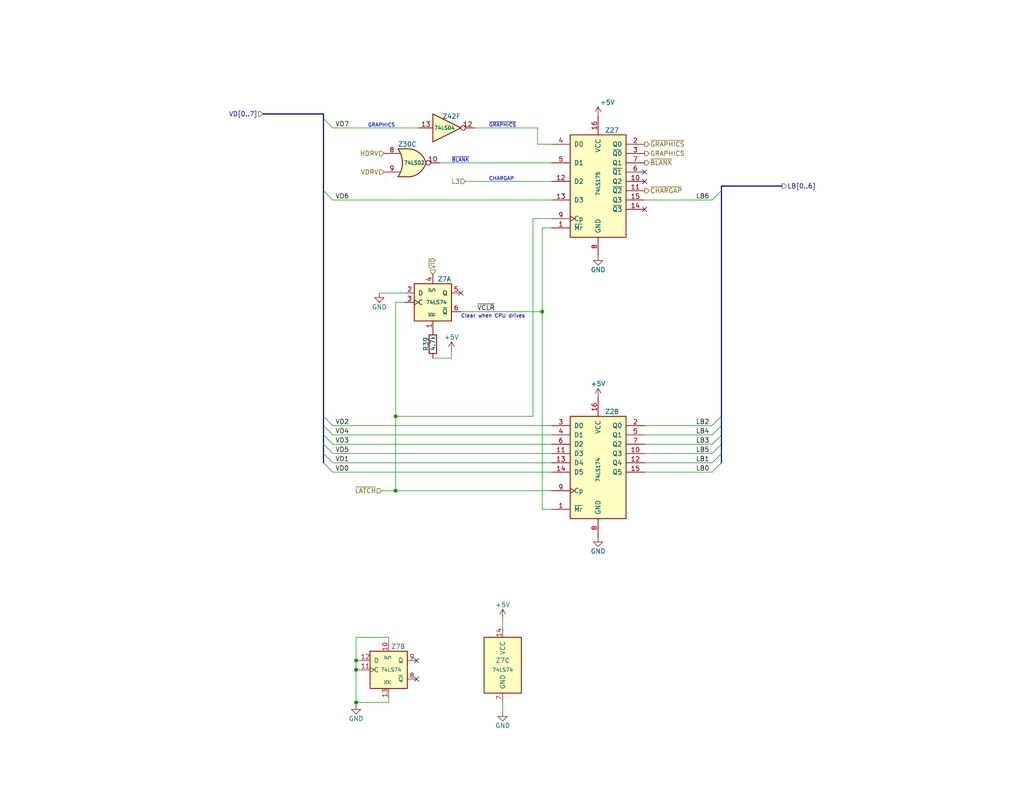
<source format=kicad_sch>
(kicad_sch (version 20231120) (generator "eeschema") (generator_version "8.0")
  (paper "USLetter")
  (title_block (title "TRS-80 Model I Rev E") (date "2024-11-23") (rev "E1A-E") (company "RetroStack - Marcel Erz") (comment 2 "Circuit to latch video content addressed in video RAM") (comment 4 "Video Latch"))
  (lib_symbols
    (symbol "74xx:74LS02" (pin_names (offset 1.016))
      (property "Reference" "U" (at 0 1.27 0))
      (property "Value" "74LS02" (at 0 -1.27 0))
      (symbol "74LS02_1_1"
        (arc (start -3.81 -3.81) (mid -2.589 0) (end -3.81 3.81) (stroke (width 0.254)))
        (arc (start -0.6096 -3.81) (mid 2.1842 -2.5851) (end 3.81 0) (stroke (width 0.254)) (fill (type background)))
        (polyline (pts (xy -3.81 -3.81) (xy -0.635 -3.81)) (stroke (width 0.254)) (fill (type background)))
        (polyline (pts (xy -3.81 3.81) (xy -0.635 3.81)) (stroke (width 0.254)) (fill (type background)))
        (polyline (pts (xy -0.635 3.81) (xy -3.81 3.81) (xy -3.81 3.81) (xy -3.556 3.4036) (xy -3.0226 2.2606) (xy -2.6924 1.0414) (xy -2.6162 -0.254) (xy -2.7686 -1.4986) (xy -3.175 -2.7178) (xy -3.81 -3.81) (xy -3.81 -3.81) (xy -0.635 -3.81)) (stroke (width -25.4)) (fill (type background)))
        (arc (start 3.81 0) (mid 2.1915 2.5936) (end -0.6096 3.81) (stroke (width 0.254)) (fill (type background)))
        (pin output inverted (at 7.62 0 180) (length 3.81) (name "~") (number "1"))
        (pin input line (at -7.62 2.54 0) (length 4.318) (name "~") (number "2"))
        (pin input line (at -7.62 -2.54 0) (length 4.318) (name "~") (number "3"))
      )
      (symbol "74LS02_1_2"
        (arc (start 0 -3.81) (mid 3.7934 0) (end 0 3.81) (stroke (width 0.254)) (fill (type background)))
        (polyline (pts (xy 0 3.81) (xy -3.81 3.81) (xy -3.81 -3.81) (xy 0 -3.81)) (stroke (width 0.254)) (fill (type background)))
        (pin output line (at 7.62 0 180) (length 3.81) (name "~") (number "1"))
        (pin input inverted (at -7.62 2.54 0) (length 3.81) (name "~") (number "2"))
        (pin input inverted (at -7.62 -2.54 0) (length 3.81) (name "~") (number "3"))
      )
      (symbol "74LS02_2_1"
        (arc (start -3.81 -3.81) (mid -2.589 0) (end -3.81 3.81) (stroke (width 0.254)))
        (arc (start -0.6096 -3.81) (mid 2.1842 -2.5851) (end 3.81 0) (stroke (width 0.254)) (fill (type background)))
        (polyline (pts (xy -3.81 -3.81) (xy -0.635 -3.81)) (stroke (width 0.254)) (fill (type background)))
        (polyline (pts (xy -3.81 3.81) (xy -0.635 3.81)) (stroke (width 0.254)) (fill (type background)))
        (polyline (pts (xy -0.635 3.81) (xy -3.81 3.81) (xy -3.81 3.81) (xy -3.556 3.4036) (xy -3.0226 2.2606) (xy -2.6924 1.0414) (xy -2.6162 -0.254) (xy -2.7686 -1.4986) (xy -3.175 -2.7178) (xy -3.81 -3.81) (xy -3.81 -3.81) (xy -0.635 -3.81)) (stroke (width -25.4)) (fill (type background)))
        (arc (start 3.81 0) (mid 2.1915 2.5936) (end -0.6096 3.81) (stroke (width 0.254)) (fill (type background)))
        (pin output inverted (at 7.62 0 180) (length 3.81) (name "~") (number "4"))
        (pin input line (at -7.62 2.54 0) (length 4.318) (name "~") (number "5"))
        (pin input line (at -7.62 -2.54 0) (length 4.318) (name "~") (number "6"))
      )
      (symbol "74LS02_2_2"
        (arc (start 0 -3.81) (mid 3.7934 0) (end 0 3.81) (stroke (width 0.254)) (fill (type background)))
        (polyline (pts (xy 0 3.81) (xy -3.81 3.81) (xy -3.81 -3.81) (xy 0 -3.81)) (stroke (width 0.254)) (fill (type background)))
        (pin output line (at 7.62 0 180) (length 3.81) (name "~") (number "4"))
        (pin input inverted (at -7.62 2.54 0) (length 3.81) (name "~") (number "5"))
        (pin input inverted (at -7.62 -2.54 0) (length 3.81) (name "~") (number "6"))
      )
      (symbol "74LS02_3_1"
        (arc (start -3.81 -3.81) (mid -2.589 0) (end -3.81 3.81) (stroke (width 0.254)))
        (arc (start -0.6096 -3.81) (mid 2.1842 -2.5851) (end 3.81 0) (stroke (width 0.254)) (fill (type background)))
        (polyline (pts (xy -3.81 -3.81) (xy -0.635 -3.81)) (stroke (width 0.254)) (fill (type background)))
        (polyline (pts (xy -3.81 3.81) (xy -0.635 3.81)) (stroke (width 0.254)) (fill (type background)))
        (polyline (pts (xy -0.635 3.81) (xy -3.81 3.81) (xy -3.81 3.81) (xy -3.556 3.4036) (xy -3.0226 2.2606) (xy -2.6924 1.0414) (xy -2.6162 -0.254) (xy -2.7686 -1.4986) (xy -3.175 -2.7178) (xy -3.81 -3.81) (xy -3.81 -3.81) (xy -0.635 -3.81)) (stroke (width -25.4)) (fill (type background)))
        (arc (start 3.81 0) (mid 2.1915 2.5936) (end -0.6096 3.81) (stroke (width 0.254)) (fill (type background)))
        (pin output inverted (at 7.62 0 180) (length 3.81) (name "~") (number "10"))
        (pin input line (at -7.62 2.54 0) (length 4.318) (name "~") (number "8"))
        (pin input line (at -7.62 -2.54 0) (length 4.318) (name "~") (number "9"))
      )
      (symbol "74LS02_3_2"
        (arc (start 0 -3.81) (mid 3.7934 0) (end 0 3.81) (stroke (width 0.254)) (fill (type background)))
        (polyline (pts (xy 0 3.81) (xy -3.81 3.81) (xy -3.81 -3.81) (xy 0 -3.81)) (stroke (width 0.254)) (fill (type background)))
        (pin output line (at 7.62 0 180) (length 3.81) (name "~") (number "10"))
        (pin input inverted (at -7.62 2.54 0) (length 3.81) (name "~") (number "8"))
        (pin input inverted (at -7.62 -2.54 0) (length 3.81) (name "~") (number "9"))
      )
      (symbol "74LS02_4_1"
        (arc (start -3.81 -3.81) (mid -2.589 0) (end -3.81 3.81) (stroke (width 0.254)))
        (arc (start -0.6096 -3.81) (mid 2.1842 -2.5851) (end 3.81 0) (stroke (width 0.254)) (fill (type background)))
        (polyline (pts (xy -3.81 -3.81) (xy -0.635 -3.81)) (stroke (width 0.254)) (fill (type background)))
        (polyline (pts (xy -3.81 3.81) (xy -0.635 3.81)) (stroke (width 0.254)) (fill (type background)))
        (polyline (pts (xy -0.635 3.81) (xy -3.81 3.81) (xy -3.81 3.81) (xy -3.556 3.4036) (xy -3.0226 2.2606) (xy -2.6924 1.0414) (xy -2.6162 -0.254) (xy -2.7686 -1.4986) (xy -3.175 -2.7178) (xy -3.81 -3.81) (xy -3.81 -3.81) (xy -0.635 -3.81)) (stroke (width -25.4)) (fill (type background)))
        (arc (start 3.81 0) (mid 2.1915 2.5936) (end -0.6096 3.81) (stroke (width 0.254)) (fill (type background)))
        (pin input line (at -7.62 2.54 0) (length 4.318) (name "~") (number "11"))
        (pin input line (at -7.62 -2.54 0) (length 4.318) (name "~") (number "12"))
        (pin output inverted (at 7.62 0 180) (length 3.81) (name "~") (number "13"))
      )
      (symbol "74LS02_4_2"
        (arc (start 0 -3.81) (mid 3.7934 0) (end 0 3.81) (stroke (width 0.254)) (fill (type background)))
        (polyline (pts (xy 0 3.81) (xy -3.81 3.81) (xy -3.81 -3.81) (xy 0 -3.81)) (stroke (width 0.254)) (fill (type background)))
        (pin input inverted (at -7.62 2.54 0) (length 3.81) (name "~") (number "11"))
        (pin input inverted (at -7.62 -2.54 0) (length 3.81) (name "~") (number "12"))
        (pin output line (at 7.62 0 180) (length 3.81) (name "~") (number "13"))
      )
      (symbol "74LS02_5_0"
        (pin power_in line (at 0 12.7 270) (length 5.08) (name "VCC") (number "14"))
        (pin power_in line (at 0 -12.7 90) (length 5.08) (name "GND") (number "7"))
      )
      (symbol "74LS02_5_1"
        (rectangle (start -5.08 7.62) (end 5.08 -7.62) (stroke (width 0.254)) (fill (type background)))
      )
    )
    (symbol "74xx:74LS04"
      (property "Reference" "U" (at 0 1.27 0))
      (property "Value" "74LS04" (at 0 -1.27 0))
      (symbol "74LS04_1_0"
        (polyline (pts (xy -3.81 3.81) (xy -3.81 -3.81) (xy 3.81 0) (xy -3.81 3.81)) (stroke (width 0.254)) (fill (type background)))
        (pin input line (at -7.62 0 0) (length 3.81) (name "~") (number "1"))
        (pin output inverted (at 7.62 0 180) (length 3.81) (name "~") (number "2"))
      )
      (symbol "74LS04_2_0"
        (polyline (pts (xy -3.81 3.81) (xy -3.81 -3.81) (xy 3.81 0) (xy -3.81 3.81)) (stroke (width 0.254)) (fill (type background)))
        (pin input line (at -7.62 0 0) (length 3.81) (name "~") (number "3"))
        (pin output inverted (at 7.62 0 180) (length 3.81) (name "~") (number "4"))
      )
      (symbol "74LS04_3_0"
        (polyline (pts (xy -3.81 3.81) (xy -3.81 -3.81) (xy 3.81 0) (xy -3.81 3.81)) (stroke (width 0.254)) (fill (type background)))
        (pin input line (at -7.62 0 0) (length 3.81) (name "~") (number "5"))
        (pin output inverted (at 7.62 0 180) (length 3.81) (name "~") (number "6"))
      )
      (symbol "74LS04_4_0"
        (polyline (pts (xy -3.81 3.81) (xy -3.81 -3.81) (xy 3.81 0) (xy -3.81 3.81)) (stroke (width 0.254)) (fill (type background)))
        (pin output inverted (at 7.62 0 180) (length 3.81) (name "~") (number "8"))
        (pin input line (at -7.62 0 0) (length 3.81) (name "~") (number "9"))
      )
      (symbol "74LS04_5_0"
        (polyline (pts (xy -3.81 3.81) (xy -3.81 -3.81) (xy 3.81 0) (xy -3.81 3.81)) (stroke (width 0.254)) (fill (type background)))
        (pin output inverted (at 7.62 0 180) (length 3.81) (name "~") (number "10"))
        (pin input line (at -7.62 0 0) (length 3.81) (name "~") (number "11"))
      )
      (symbol "74LS04_6_0"
        (polyline (pts (xy -3.81 3.81) (xy -3.81 -3.81) (xy 3.81 0) (xy -3.81 3.81)) (stroke (width 0.254)) (fill (type background)))
        (pin output inverted (at 7.62 0 180) (length 3.81) (name "~") (number "12"))
        (pin input line (at -7.62 0 0) (length 3.81) (name "~") (number "13"))
      )
      (symbol "74LS04_7_0"
        (pin power_in line (at 0 12.7 270) (length 5.08) (name "VCC") (number "14"))
        (pin power_in line (at 0 -12.7 90) (length 5.08) (name "GND") (number "7"))
      )
      (symbol "74LS04_7_1"
        (rectangle (start -5.08 7.62) (end 5.08 -7.62) (stroke (width 0.254)) (fill (type background)))
      )
    )
    (symbol "74xx:74LS174" (pin_names (offset 1.016))
      (property "Reference" "U" (at -7.62 13.97 0))
      (property "Value" "74LS174" (at -7.62 -16.51 0))
      (symbol "74LS174_1_0"
        (pin input line (at -12.7 -12.7 0) (length 5.08) (name "~{Mr}") (number "1"))
        (pin output line (at 12.7 2.54 180) (length 5.08) (name "Q3") (number "10"))
        (pin input line (at -12.7 2.54 0) (length 5.08) (name "D3") (number "11"))
        (pin output line (at 12.7 0 180) (length 5.08) (name "Q4") (number "12"))
        (pin input line (at -12.7 0 0) (length 5.08) (name "D4") (number "13"))
        (pin input line (at -12.7 -2.54 0) (length 5.08) (name "D5") (number "14"))
        (pin output line (at 12.7 -2.54 180) (length 5.08) (name "Q5") (number "15"))
        (pin power_in line (at 0 17.78 270) (length 5.08) (name "VCC") (number "16"))
        (pin output line (at 12.7 10.16 180) (length 5.08) (name "Q0") (number "2"))
        (pin input line (at -12.7 10.16 0) (length 5.08) (name "D0") (number "3"))
        (pin input line (at -12.7 7.62 0) (length 5.08) (name "D1") (number "4"))
        (pin output line (at 12.7 7.62 180) (length 5.08) (name "Q1") (number "5"))
        (pin input line (at -12.7 5.08 0) (length 5.08) (name "D2") (number "6"))
        (pin output line (at 12.7 5.08 180) (length 5.08) (name "Q2") (number "7"))
        (pin power_in line (at 0 -20.32 90) (length 5.08) (name "GND") (number "8"))
        (pin input clock (at -12.7 -7.62 0) (length 5.08) (name "Cp") (number "9"))
      )
      (symbol "74LS174_1_1"
        (rectangle (start -7.62 12.7) (end 7.62 -15.24) (stroke (width 0.254)) (fill (type background)))
      )
    )
    (symbol "74xx:74LS175" (pin_names (offset 1.016))
      (property "Reference" "U" (at -7.62 13.97 0))
      (property "Value" "74LS175" (at -7.62 -16.51 0))
      (symbol "74LS175_1_0"
        (pin input line (at -12.7 -12.7 0) (length 5.08) (name "~{Mr}") (number "1"))
        (pin output line (at 12.7 0 180) (length 5.08) (name "Q2") (number "10"))
        (pin output line (at 12.7 -2.54 180) (length 5.08) (name "~{Q2}") (number "11"))
        (pin input line (at -12.7 0 0) (length 5.08) (name "D2") (number "12"))
        (pin input line (at -12.7 -5.08 0) (length 5.08) (name "D3") (number "13"))
        (pin output line (at 12.7 -7.62 180) (length 5.08) (name "~{Q3}") (number "14"))
        (pin output line (at 12.7 -5.08 180) (length 5.08) (name "Q3") (number "15"))
        (pin power_in line (at 0 17.78 270) (length 5.08) (name "VCC") (number "16"))
        (pin output line (at 12.7 10.16 180) (length 5.08) (name "Q0") (number "2"))
        (pin output line (at 12.7 7.62 180) (length 5.08) (name "~{Q0}") (number "3"))
        (pin input line (at -12.7 10.16 0) (length 5.08) (name "D0") (number "4"))
        (pin input line (at -12.7 5.08 0) (length 5.08) (name "D1") (number "5"))
        (pin output line (at 12.7 2.54 180) (length 5.08) (name "~{Q1}") (number "6"))
        (pin output line (at 12.7 5.08 180) (length 5.08) (name "Q1") (number "7"))
        (pin power_in line (at 0 -20.32 90) (length 5.08) (name "GND") (number "8"))
        (pin input clock (at -12.7 -10.16 0) (length 5.08) (name "Cp") (number "9"))
      )
      (symbol "74LS175_1_1"
        (rectangle (start -7.62 12.7) (end 7.62 -15.24) (stroke (width 0.254)) (fill (type background)))
      )
    )
    (symbol "74xx:74LS74" (pin_names (offset 1.016))
      (property "Reference" "U" (at -7.62 8.89 0))
      (property "Value" "74LS74" (at -7.62 -8.89 0))
      (symbol "74LS74_1_0"
        (pin input line (at 0 -7.62 90) (length 2.54) (name "~{R}") (number "1"))
        (pin input line (at -7.62 2.54 0) (length 2.54) (name "D") (number "2"))
        (pin input clock (at -7.62 0 0) (length 2.54) (name "C") (number "3"))
        (pin input line (at 0 7.62 270) (length 2.54) (name "~{S}") (number "4"))
        (pin output line (at 7.62 2.54 180) (length 2.54) (name "Q") (number "5"))
        (pin output line (at 7.62 -2.54 180) (length 2.54) (name "~{Q}") (number "6"))
      )
      (symbol "74LS74_1_1"
        (rectangle (start -5.08 5.08) (end 5.08 -5.08) (stroke (width 0.254)) (fill (type background)))
      )
      (symbol "74LS74_2_0"
        (pin input line (at 0 7.62 270) (length 2.54) (name "~{S}") (number "10"))
        (pin input clock (at -7.62 0 0) (length 2.54) (name "C") (number "11"))
        (pin input line (at -7.62 2.54 0) (length 2.54) (name "D") (number "12"))
        (pin input line (at 0 -7.62 90) (length 2.54) (name "~{R}") (number "13"))
        (pin output line (at 7.62 -2.54 180) (length 2.54) (name "~{Q}") (number "8"))
        (pin output line (at 7.62 2.54 180) (length 2.54) (name "Q") (number "9"))
      )
      (symbol "74LS74_2_1"
        (rectangle (start -5.08 5.08) (end 5.08 -5.08) (stroke (width 0.254)) (fill (type background)))
      )
      (symbol "74LS74_3_0"
        (pin power_in line (at 0 10.16 270) (length 2.54) (name "VCC") (number "14"))
        (pin power_in line (at 0 -10.16 90) (length 2.54) (name "GND") (number "7"))
      )
      (symbol "74LS74_3_1"
        (rectangle (start -5.08 7.62) (end 5.08 -7.62) (stroke (width 0.254)) (fill (type background)))
      )
    )
    (symbol "Device:R" (pin_numbers hide) (pin_names (offset 0))
      (property "Reference" "R" (at 2.032 0 90))
      (property "Value" "R" (at 0 0 90))
      (symbol "R_0_1"
        (rectangle (start -1.016 -2.54) (end 1.016 2.54) (stroke (width 0.254)))
      )
      (symbol "R_1_1"
        (pin passive line (at 0 3.81 270) (length 1.27) (name "~") (number "1"))
        (pin passive line (at 0 -3.81 90) (length 1.27) (name "~") (number "2"))
      )
    )
    (symbol "power:+5V" (power) (pin_numbers hide) (pin_names (offset 0) hide)
      (property "Value" "+5V" (at 0 3.556 0))
      (symbol "+5V_0_1"
        (polyline (pts (xy -0.762 1.27) (xy 0 2.54)))
        (polyline (pts (xy 0 0) (xy 0 2.54)))
        (polyline (pts (xy 0 2.54) (xy 0.762 1.27)))
      )
      (symbol "+5V_1_1"
        (pin power_in line (at 0 0 90) (length 0) (name "~") (number "1"))
      )
    )
    (symbol "power:GND" (power) (pin_numbers hide) (pin_names (offset 0) hide)
      (property "Value" "GND" (at 0 -3.81 0))
      (symbol "GND_0_1"
        (polyline (pts (xy 0 0) (xy 0 -1.27) (xy 1.27 -1.27) (xy 0 -2.54) (xy -1.27 -1.27) (xy 0 -1.27)))
      )
      (symbol "GND_1_1"
        (pin power_in line (at 0 0 270) (length 0) (name "~") (number "1"))
      )
    )
  )
  (junction (at 107.95 113.665))
  (junction (at 147.955 85.09))
  (junction (at 97.155 180.34))
  (junction (at 107.95 133.985))
  (junction (at 97.155 191.77))
  (junction (at 97.155 182.88))
  (no_connect (at 125.73 80.01))
  (no_connect (at 175.895 46.99))
  (no_connect (at 175.895 57.15))
  (no_connect (at 113.665 185.42))
  (no_connect (at 113.665 180.34))
  (no_connect (at 175.895 49.53))
  (bus_entry (at 90.805 34.925) (size -2.54 -2.54))
  (bus_entry (at 194.31 118.745) (size 2.54 -2.54))
  (bus_entry (at 90.805 118.745) (size -2.54 -2.54))
  (bus_entry (at 194.31 116.205) (size 2.54 -2.54))
  (bus_entry (at 90.805 116.205) (size -2.54 -2.54))
  (bus_entry (at 194.31 121.285) (size 2.54 -2.54))
  (bus_entry (at 194.31 54.61) (size 2.54 -2.54))
  (bus_entry (at 90.805 126.365) (size -2.54 -2.54))
  (bus_entry (at 194.31 123.825) (size 2.54 -2.54))
  (bus_entry (at 90.805 123.825) (size -2.54 -2.54))
  (bus_entry (at 194.31 126.365) (size 2.54 -2.54))
  (bus_entry (at 194.31 128.905) (size 2.54 -2.54))
  (bus_entry (at 90.805 121.285) (size -2.54 -2.54))
  (bus_entry (at 90.805 128.905) (size -2.54 -2.54))
  (bus_entry (at 90.805 54.61) (size -2.54 -2.54))
  (wire (pts (xy 90.805 118.745) (xy 150.495 118.745)))
  (bus (pts (xy 88.265 31.115) (xy 71.755 31.115)))
  (bus (pts (xy 196.85 121.285) (xy 196.85 118.745)))
  (wire (pts (xy 104.14 133.985) (xy 107.95 133.985)))
  (wire (pts (xy 123.19 95.885) (xy 123.19 97.79)))
  (wire (pts (xy 90.805 116.205) (xy 150.495 116.205)))
  (wire (pts (xy 107.95 133.985) (xy 107.95 113.665)))
  (bus (pts (xy 88.265 116.205) (xy 88.265 113.665)))
  (wire (pts (xy 97.155 173.99) (xy 97.155 180.34)))
  (wire (pts (xy 107.95 113.665) (xy 145.415 113.665)))
  (bus (pts (xy 88.265 121.285) (xy 88.265 118.745)))
  (bus (pts (xy 196.85 50.8) (xy 213.36 50.8)))
  (wire (pts (xy 97.155 182.88) (xy 97.155 191.77)))
  (wire (pts (xy 175.895 116.205) (xy 194.31 116.205)))
  (wire (pts (xy 137.16 191.77) (xy 137.16 194.31)))
  (bus (pts (xy 88.265 126.365) (xy 88.265 123.825)))
  (wire (pts (xy 97.155 180.34) (xy 98.425 180.34)))
  (wire (pts (xy 145.415 59.69) (xy 145.415 113.665)))
  (wire (pts (xy 125.73 85.09) (xy 147.955 85.09)))
  (bus (pts (xy 196.85 52.07) (xy 196.85 50.8)))
  (wire (pts (xy 106.045 191.77) (xy 97.155 191.77)))
  (wire (pts (xy 118.11 97.79) (xy 123.19 97.79)))
  (wire (pts (xy 97.155 180.34) (xy 97.155 182.88)))
  (wire (pts (xy 146.685 39.37) (xy 150.495 39.37)))
  (wire (pts (xy 175.895 118.745) (xy 194.31 118.745)))
  (bus (pts (xy 196.85 123.825) (xy 196.85 121.285)))
  (wire (pts (xy 175.895 54.61) (xy 194.31 54.61)))
  (wire (pts (xy 147.955 62.23) (xy 147.955 85.09)))
  (wire (pts (xy 146.685 34.925) (xy 146.685 39.37)))
  (wire (pts (xy 175.895 128.905) (xy 194.31 128.905)))
  (bus (pts (xy 196.85 116.205) (xy 196.85 113.665)))
  (wire (pts (xy 90.805 128.905) (xy 150.495 128.905)))
  (wire (pts (xy 129.54 34.925) (xy 146.685 34.925)))
  (wire (pts (xy 120.015 44.45) (xy 150.495 44.45)))
  (wire (pts (xy 107.95 113.665) (xy 107.95 82.55)))
  (wire (pts (xy 90.805 54.61) (xy 150.495 54.61)))
  (wire (pts (xy 137.16 171.45) (xy 137.16 168.91)))
  (wire (pts (xy 106.045 173.99) (xy 97.155 173.99)))
  (wire (pts (xy 90.805 121.285) (xy 150.495 121.285)))
  (bus (pts (xy 88.265 32.385) (xy 88.265 31.115)))
  (wire (pts (xy 97.155 191.77) (xy 97.155 192.405)))
  (wire (pts (xy 127 49.53) (xy 150.495 49.53)))
  (wire (pts (xy 150.495 139.065) (xy 147.955 139.065)))
  (wire (pts (xy 107.95 82.55) (xy 110.49 82.55)))
  (wire (pts (xy 90.805 34.925) (xy 114.3 34.925)))
  (wire (pts (xy 147.955 62.23) (xy 150.495 62.23)))
  (bus (pts (xy 196.85 126.365) (xy 196.85 123.825)))
  (wire (pts (xy 106.045 190.5) (xy 106.045 191.77)))
  (bus (pts (xy 88.265 123.825) (xy 88.265 121.285)))
  (bus (pts (xy 88.265 52.07) (xy 88.265 113.665)))
  (wire (pts (xy 97.155 182.88) (xy 98.425 182.88)))
  (bus (pts (xy 88.265 52.07) (xy 88.265 32.385)))
  (wire (pts (xy 175.895 123.825) (xy 194.31 123.825)))
  (bus (pts (xy 88.265 118.745) (xy 88.265 116.205)))
  (wire (pts (xy 145.415 59.69) (xy 150.495 59.69)))
  (wire (pts (xy 147.955 85.09) (xy 147.955 139.065)))
  (bus (pts (xy 196.85 52.07) (xy 196.85 113.665)))
  (wire (pts (xy 175.895 121.285) (xy 194.31 121.285)))
  (wire (pts (xy 90.805 123.825) (xy 150.495 123.825)))
  (wire (pts (xy 110.49 80.01) (xy 103.505 80.01)))
  (bus (pts (xy 196.85 118.745) (xy 196.85 116.205)))
  (wire (pts (xy 175.895 126.365) (xy 194.31 126.365)))
  (wire (pts (xy 90.805 126.365) (xy 150.495 126.365)))
  (wire (pts (xy 107.95 133.985) (xy 150.495 133.985)))
  (wire (pts (xy 106.045 175.26) (xy 106.045 173.99)))
  (text "CHARGAP" (at 133.35 49.53 0) (effects (font (size 1 1)) (justify left bottom)))
  (text "GRAPHICS" (at 100.33 34.925 0) (effects (font (size 1 1)) (justify left bottom)))
  (text "Clear when CPU drives" (at 125.73 86.995 0) (effects (font (size 1 1)) (justify left bottom)))
  (text "~{BLANK}" (at 123.19 44.45 0) (effects (font (size 1 1)) (justify left bottom)))
  (text "~{GRAPHICS}" (at 133.35 34.925 0) (effects (font (size 1 1)) (justify left bottom)))
  (label "LB0" (at 189.865 128.905 0))
  (label "VD4" (at 95.25 118.745 180))
  (label "VD1" (at 95.25 126.365 180))
  (label "~{VCLR}" (at 130.175 85.09 0))
  (label "VD0" (at 95.25 128.905 180))
  (label "LB4" (at 189.865 118.745 0))
  (label "VD5" (at 95.25 123.825 180))
  (label "LB3" (at 189.865 121.285 0))
  (label "LB6" (at 189.865 54.61 0))
  (label "LB5" (at 189.865 123.825 0))
  (label "LB1" (at 189.865 126.365 0))
  (label "VD2" (at 95.25 116.205 180))
  (label "VD3" (at 95.25 121.285 180))
  (label "VD7" (at 95.25 34.925 180))
  (label "VD6" (at 95.25 54.61 180))
  (label "LB2" (at 189.865 116.205 0))
  (hierarchical_label "L3" (shape input) (at 127 49.53 180))
  (hierarchical_label "LB[0..6]" (shape output) (at 213.36 50.8 0))
  (hierarchical_label "~{BLANK}" (shape output) (at 175.895 44.45 0))
  (hierarchical_label "~{VID}" (shape input) (at 118.11 74.93 90))
  (hierarchical_label "~{GRAPHICS}" (shape output) (at 175.895 39.37 0))
  (hierarchical_label "~{LATCH}" (shape input) (at 104.14 133.985 180))
  (hierarchical_label "GRAPHICS" (shape output) (at 175.895 41.91 0))
  (hierarchical_label "VDRV" (shape input) (at 104.775 46.99 180))
  (hierarchical_label "VD[0..7]" (shape input) (at 71.755 31.115 180))
  (hierarchical_label "HDRV" (shape input) (at 104.775 41.91 180))
  (hierarchical_label "~{CHARGAP}" (shape output) (at 175.895 52.07 0))
  (symbol (lib_id "power:GND") (at 97.155 192.405 0) (unit 1)
    (property "Reference" "#PWR043" (effects (hide yes)))
    (property "Value" "GND" (at 97.155 196.215 0))
    (property "Description" "Power symbol creates a global label with name \"GND\" , ground" (effects (hide yes)))
  )
  (symbol (lib_id "power:GND") (at 163.195 146.685 0) (unit 1)
    (property "Reference" "#PWR053" (effects (hide yes)))
    (property "Value" "GND" (at 163.195 150.495 0))
    (property "Description" "Power symbol creates a global label with name \"GND\" , ground" (effects (hide yes)))
  )
  (symbol (lib_id "power:GND") (at 103.505 80.01 0) (unit 1)
    (property "Reference" "#PWR048" (effects (hide yes)))
    (property "Value" "GND" (at 103.505 83.82 0))
    (property "Description" "Power symbol creates a global label with name \"GND\" , ground" (effects (hide yes)))
  )
  (symbol (lib_id "74xx:74LS74") (at 118.11 82.55 0) (unit 1)
    (property "Reference" "Z7" (at 119.38 76.2 0) (effects (justify left)))
    (property "Value" "74LS74" (at 116.205 82.55 0) (effects (font (size 1 1)) (justify left)))
    (property "Footprint" "RetroStackLibrary:TRS80_Model_I_DIP14" (effects (hide yes)))
    (property "Datasheet" "74xx/74hc_hct74.pdf" (effects (hide yes)))
  )
  (symbol (lib_id "power:GND") (at 163.195 69.85 0) (unit 1)
    (property "Reference" "#PWR051" (effects (hide yes)))
    (property "Value" "GND" (at 163.195 73.66 0))
    (property "Description" "Power symbol creates a global label with name \"GND\" , ground" (effects (hide yes)))
  )
  (symbol (lib_id "74xx:74LS74") (at 137.16 181.61 0) (unit 3)
    (property "Reference" "Z7" (at 137.16 180.34 0))
    (property "Value" "74LS74" (at 137.16 182.88 0) (effects (font (size 1 1))))
    (property "Footprint" "RetroStackLibrary:TRS80_Model_I_DIP14" (effects (hide yes)))
    (property "Datasheet" "74xx/74hc_hct74.pdf" (effects (hide yes)))
  )
  (symbol (lib_id "power:+5V") (at 163.195 108.585 0) (unit 1)
    (property "Reference" "#PWR052" (effects (hide yes)))
    (property "Value" "+5V" (at 163.195 104.775 0))
    (property "Description" "Power symbol creates a global label with name \"+5V\"" (effects (hide yes)))
  )
  (symbol (lib_id "power:+5V") (at 137.16 168.91 0) (unit 1)
    (property "Reference" "#PWR046" (effects (hide yes)))
    (property "Value" "+5V" (at 137.16 165.1 0))
    (property "Description" "Power symbol creates a global label with name \"+5V\"" (effects (hide yes)))
  )
  (symbol (lib_id "power:GND") (at 137.16 194.31 0) (unit 1)
    (property "Reference" "#PWR047" (effects (hide yes)))
    (property "Value" "GND" (at 137.16 198.12 0))
    (property "Description" "Power symbol creates a global label with name \"GND\" , ground" (effects (hide yes)))
  )
  (symbol (lib_id "74xx:74LS174") (at 163.195 126.365 0) (unit 1)
    (property "Reference" "Z28" (at 167.005 112.395 0))
    (property "Value" "74LS174" (at 163.195 128.27 90) (effects (font (size 1 1))))
    (property "Footprint" "RetroStackLibrary:TRS80_Model_I_DIP16" (effects (hide yes)))
    (property "Datasheet" "http://www.ti.com/lit/gpn/sn74LS174" (effects (hide yes)))
  )
  (symbol (lib_id "power:+5V") (at 123.19 95.885 0) (unit 1)
    (property "Reference" "#PWR049" (effects (hide yes)))
    (property "Value" "+5V" (at 123.19 92.075 0))
    (property "Description" "Power symbol creates a global label with name \"+5V\"" (effects (hide yes)))
  )
  (symbol (lib_id "74xx:74LS04") (at 121.92 34.925 0) (unit 6)
    (property "Reference" "Z42" (at 123.19 31.75 0))
    (property "Value" "74LS04" (at 121.285 34.925 0) (effects (font (size 1 1))))
    (property "Footprint" "RetroStackLibrary:TRS80_Model_I_DIP14" (effects (hide yes)))
    (property "Datasheet" "http://www.ti.com/lit/gpn/sn74LS04" (effects (hide yes)))
  )
  (symbol (lib_id "Device:R") (at 118.11 93.98 0) (unit 1)
    (property "Reference" "R39" (at 116.205 95.885 90) (effects (justify left)))
    (property "Value" "4.7k" (at 118.11 95.885 90) (effects (justify left)))
    (property "Footprint" "RetroStackLibrary:TRS80_Model_I_R_0.25W" (effects (hide yes)))
  )
  (symbol (lib_id "74xx:74LS175") (at 163.195 49.53 0) (unit 1)
    (property "Reference" "Z27" (at 167.005 35.56 0))
    (property "Value" "74LS175" (at 163.195 50.165 90) (effects (font (size 1 1))))
    (property "Footprint" "RetroStackLibrary:TRS80_Model_I_DIP16" (effects (hide yes)))
    (property "Datasheet" "http://www.ti.com/lit/gpn/sn74LS175" (effects (hide yes)))
  )
  (symbol (lib_id "power:+5V") (at 163.195 31.75 0) (unit 1)
    (property "Reference" "#PWR050" (effects (hide yes)))
    (property "Value" "+5V" (at 165.735 27.94 0))
    (property "Description" "Power symbol creates a global label with name \"+5V\"" (effects (hide yes)))
  )
  (symbol (lib_id "74xx:74LS02") (at 112.395 44.45 0) (unit 3)
    (property "Reference" "Z30" (at 111.125 39.37 0))
    (property "Value" "74LS02" (at 113.03 44.45 0) (effects (font (size 1 1))))
    (property "Footprint" "RetroStackLibrary:TRS80_Model_I_DIP14" (effects (hide yes)))
    (property "Datasheet" "http://www.ti.com/lit/gpn/sn74ls02" (effects (hide yes)))
  )
  (symbol (lib_id "74xx:74LS74") (at 106.045 182.88 0) (unit 2)
    (property "Reference" "Z7" (at 106.68 176.53 0) (effects (justify left)))
    (property "Value" "74LS74" (at 106.68 182.88 0) (effects (font (size 1 1))))
    (property "Footprint" "RetroStackLibrary:TRS80_Model_I_DIP14" (effects (hide yes)))
    (property "Datasheet" "74xx/74hc_hct74.pdf" (effects (hide yes)))
  )
)
</source>
